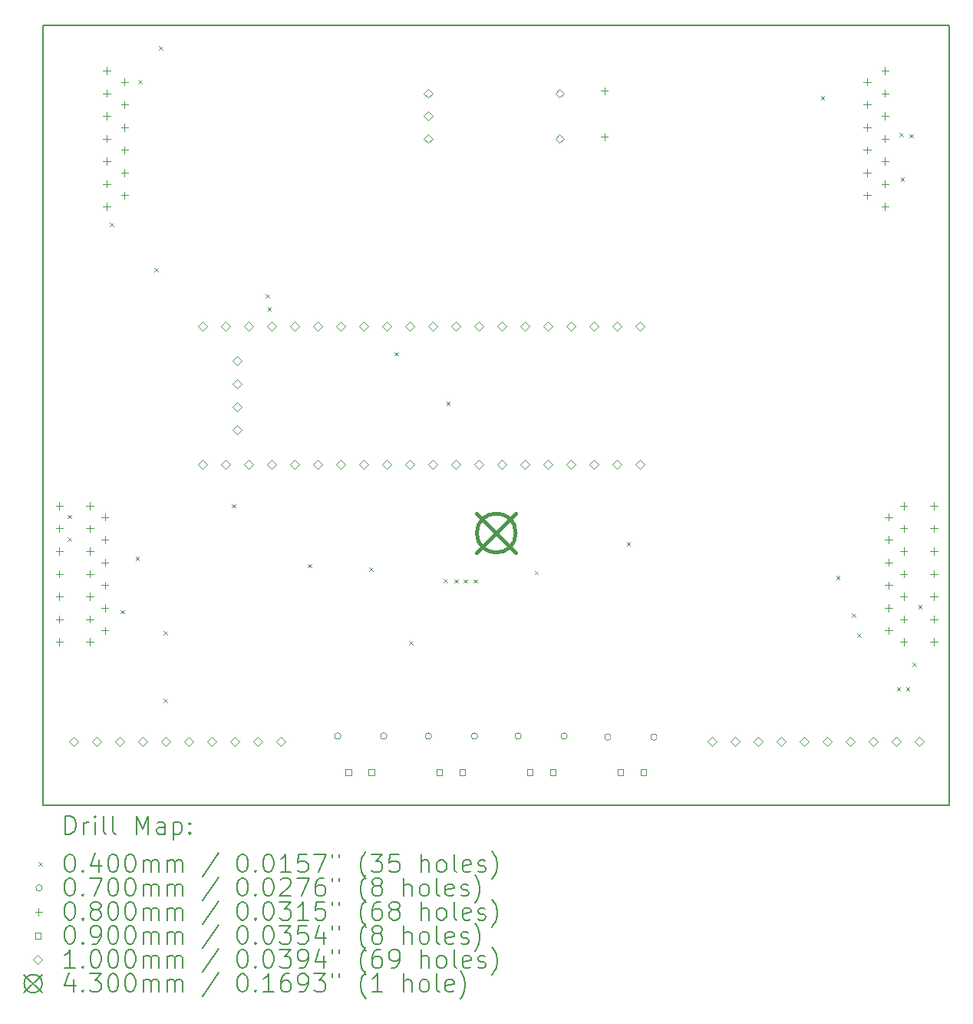
<source format=gbr>
%FSLAX45Y45*%
G04 Gerber Fmt 4.5, Leading zero omitted, Abs format (unit mm)*
G04 Created by KiCad (PCBNEW (6.0.1-0)) date 2023-01-18 10:24:00*
%MOMM*%
%LPD*%
G01*
G04 APERTURE LIST*
%TA.AperFunction,Profile*%
%ADD10C,0.200000*%
%TD*%
%ADD11C,0.200000*%
%ADD12C,0.040000*%
%ADD13C,0.070000*%
%ADD14C,0.080000*%
%ADD15C,0.090000*%
%ADD16C,0.100000*%
%ADD17C,0.430000*%
G04 APERTURE END LIST*
D10*
X10000000Y-13600000D02*
X20000000Y-13600000D01*
X20000000Y-5000000D02*
X10000000Y-5000000D01*
X20000000Y-13600000D02*
X20000000Y-5000000D01*
X10000000Y-13600000D02*
X10000000Y-5000000D01*
D11*
D12*
X10269587Y-10400000D02*
X10309587Y-10440000D01*
X10309587Y-10400000D02*
X10269587Y-10440000D01*
X10269587Y-10650000D02*
X10309587Y-10690000D01*
X10309587Y-10650000D02*
X10269587Y-10690000D01*
X10735000Y-7175000D02*
X10775000Y-7215000D01*
X10775000Y-7175000D02*
X10735000Y-7215000D01*
X10857550Y-11450009D02*
X10897550Y-11490009D01*
X10897550Y-11450009D02*
X10857550Y-11490009D01*
X11020738Y-10863044D02*
X11060738Y-10903044D01*
X11060738Y-10863044D02*
X11020738Y-10903044D01*
X11050000Y-5600000D02*
X11090000Y-5640000D01*
X11090000Y-5600000D02*
X11050000Y-5640000D01*
X11230000Y-7680000D02*
X11270000Y-7720000D01*
X11270000Y-7680000D02*
X11230000Y-7720000D01*
X11280000Y-5230000D02*
X11320000Y-5270000D01*
X11320000Y-5230000D02*
X11280000Y-5270000D01*
X11330000Y-11680000D02*
X11370000Y-11720000D01*
X11370000Y-11680000D02*
X11330000Y-11720000D01*
X11330000Y-12430000D02*
X11370000Y-12470000D01*
X11370000Y-12430000D02*
X11330000Y-12470000D01*
X12080000Y-10280000D02*
X12120000Y-10320000D01*
X12120000Y-10280000D02*
X12080000Y-10320000D01*
X12453206Y-7962908D02*
X12493206Y-8002908D01*
X12493206Y-7962908D02*
X12453206Y-8002908D01*
X12475151Y-8107719D02*
X12515151Y-8147719D01*
X12515151Y-8107719D02*
X12475151Y-8147719D01*
X12921300Y-10940100D02*
X12961300Y-10980100D01*
X12961300Y-10940100D02*
X12921300Y-10980100D01*
X13600000Y-10980000D02*
X13640000Y-11020000D01*
X13640000Y-10980000D02*
X13600000Y-11020000D01*
X13877300Y-8603300D02*
X13917300Y-8643300D01*
X13917300Y-8603300D02*
X13877300Y-8643300D01*
X14040000Y-11790000D02*
X14080000Y-11830000D01*
X14080000Y-11790000D02*
X14040000Y-11830000D01*
X14419900Y-11105200D02*
X14459900Y-11145200D01*
X14459900Y-11105200D02*
X14419900Y-11145200D01*
X14448800Y-9149400D02*
X14488800Y-9189400D01*
X14488800Y-9149400D02*
X14448800Y-9189400D01*
X14540050Y-11110000D02*
X14580050Y-11150000D01*
X14580050Y-11110000D02*
X14540050Y-11150000D01*
X14640000Y-11110000D02*
X14680000Y-11150000D01*
X14680000Y-11110000D02*
X14640000Y-11150000D01*
X14750000Y-11110000D02*
X14790000Y-11150000D01*
X14790000Y-11110000D02*
X14750000Y-11150000D01*
X15423200Y-11016300D02*
X15463200Y-11056300D01*
X15463200Y-11016300D02*
X15423200Y-11056300D01*
X16439200Y-10698800D02*
X16479200Y-10738800D01*
X16479200Y-10698800D02*
X16439200Y-10738800D01*
X18580000Y-5780000D02*
X18620000Y-5820000D01*
X18620000Y-5780000D02*
X18580000Y-5820000D01*
X18750000Y-11070000D02*
X18790000Y-11110000D01*
X18790000Y-11070000D02*
X18750000Y-11110000D01*
X18922598Y-11490000D02*
X18962598Y-11530000D01*
X18962598Y-11490000D02*
X18922598Y-11530000D01*
X18983770Y-11706230D02*
X19023770Y-11746230D01*
X19023770Y-11706230D02*
X18983770Y-11746230D01*
X19418770Y-12298770D02*
X19458770Y-12338770D01*
X19458770Y-12298770D02*
X19418770Y-12338770D01*
X19450000Y-6190000D02*
X19490000Y-6230000D01*
X19490000Y-6190000D02*
X19450000Y-6230000D01*
X19460000Y-6680000D02*
X19500000Y-6720000D01*
X19500000Y-6680000D02*
X19460000Y-6720000D01*
X19520000Y-12300000D02*
X19560000Y-12340000D01*
X19560000Y-12300000D02*
X19520000Y-12340000D01*
X19560000Y-6200000D02*
X19600000Y-6240000D01*
X19600000Y-6200000D02*
X19560000Y-6240000D01*
X19592450Y-12030000D02*
X19632450Y-12070000D01*
X19632450Y-12030000D02*
X19592450Y-12070000D01*
X19655461Y-11392037D02*
X19695461Y-11432037D01*
X19695461Y-11392037D02*
X19655461Y-11432037D01*
D13*
X13285000Y-12840000D02*
G75*
G03*
X13285000Y-12840000I-35000J0D01*
G01*
X13793000Y-12840000D02*
G75*
G03*
X13793000Y-12840000I-35000J0D01*
G01*
X14285000Y-12840000D02*
G75*
G03*
X14285000Y-12840000I-35000J0D01*
G01*
X14793000Y-12840000D02*
G75*
G03*
X14793000Y-12840000I-35000J0D01*
G01*
X15275000Y-12840000D02*
G75*
G03*
X15275000Y-12840000I-35000J0D01*
G01*
X15783000Y-12840000D02*
G75*
G03*
X15783000Y-12840000I-35000J0D01*
G01*
X16265000Y-12850000D02*
G75*
G03*
X16265000Y-12850000I-35000J0D01*
G01*
X16773000Y-12850000D02*
G75*
G03*
X16773000Y-12850000I-35000J0D01*
G01*
D14*
X10180000Y-10260000D02*
X10180000Y-10340000D01*
X10140000Y-10300000D02*
X10220000Y-10300000D01*
X10180000Y-10510000D02*
X10180000Y-10590000D01*
X10140000Y-10550000D02*
X10220000Y-10550000D01*
X10180000Y-10760000D02*
X10180000Y-10840000D01*
X10140000Y-10800000D02*
X10220000Y-10800000D01*
X10180000Y-11010000D02*
X10180000Y-11090000D01*
X10140000Y-11050000D02*
X10220000Y-11050000D01*
X10180000Y-11260000D02*
X10180000Y-11340000D01*
X10140000Y-11300000D02*
X10220000Y-11300000D01*
X10180000Y-11510000D02*
X10180000Y-11590000D01*
X10140000Y-11550000D02*
X10220000Y-11550000D01*
X10180000Y-11760000D02*
X10180000Y-11840000D01*
X10140000Y-11800000D02*
X10220000Y-11800000D01*
X10515000Y-10260000D02*
X10515000Y-10340000D01*
X10475000Y-10300000D02*
X10555000Y-10300000D01*
X10515000Y-10510000D02*
X10515000Y-10590000D01*
X10475000Y-10550000D02*
X10555000Y-10550000D01*
X10515000Y-10760000D02*
X10515000Y-10840000D01*
X10475000Y-10800000D02*
X10555000Y-10800000D01*
X10515000Y-11010000D02*
X10515000Y-11090000D01*
X10475000Y-11050000D02*
X10555000Y-11050000D01*
X10515000Y-11260000D02*
X10515000Y-11340000D01*
X10475000Y-11300000D02*
X10555000Y-11300000D01*
X10515000Y-11510000D02*
X10515000Y-11590000D01*
X10475000Y-11550000D02*
X10555000Y-11550000D01*
X10515000Y-11760000D02*
X10515000Y-11840000D01*
X10475000Y-11800000D02*
X10555000Y-11800000D01*
X10680000Y-10385000D02*
X10680000Y-10465000D01*
X10640000Y-10425000D02*
X10720000Y-10425000D01*
X10680000Y-10635000D02*
X10680000Y-10715000D01*
X10640000Y-10675000D02*
X10720000Y-10675000D01*
X10680000Y-10885000D02*
X10680000Y-10965000D01*
X10640000Y-10925000D02*
X10720000Y-10925000D01*
X10680000Y-11135000D02*
X10680000Y-11215000D01*
X10640000Y-11175000D02*
X10720000Y-11175000D01*
X10680000Y-11385000D02*
X10680000Y-11465000D01*
X10640000Y-11425000D02*
X10720000Y-11425000D01*
X10680000Y-11635000D02*
X10680000Y-11715000D01*
X10640000Y-11675000D02*
X10720000Y-11675000D01*
X10700000Y-5460000D02*
X10700000Y-5540000D01*
X10660000Y-5500000D02*
X10740000Y-5500000D01*
X10700000Y-5710000D02*
X10700000Y-5790000D01*
X10660000Y-5750000D02*
X10740000Y-5750000D01*
X10700000Y-5960000D02*
X10700000Y-6040000D01*
X10660000Y-6000000D02*
X10740000Y-6000000D01*
X10700000Y-6210000D02*
X10700000Y-6290000D01*
X10660000Y-6250000D02*
X10740000Y-6250000D01*
X10700000Y-6460000D02*
X10700000Y-6540000D01*
X10660000Y-6500000D02*
X10740000Y-6500000D01*
X10700000Y-6710000D02*
X10700000Y-6790000D01*
X10660000Y-6750000D02*
X10740000Y-6750000D01*
X10700000Y-6960000D02*
X10700000Y-7040000D01*
X10660000Y-7000000D02*
X10740000Y-7000000D01*
X10900000Y-5585000D02*
X10900000Y-5665000D01*
X10860000Y-5625000D02*
X10940000Y-5625000D01*
X10900000Y-5835000D02*
X10900000Y-5915000D01*
X10860000Y-5875000D02*
X10940000Y-5875000D01*
X10900000Y-6085000D02*
X10900000Y-6165000D01*
X10860000Y-6125000D02*
X10940000Y-6125000D01*
X10900000Y-6335000D02*
X10900000Y-6415000D01*
X10860000Y-6375000D02*
X10940000Y-6375000D01*
X10900000Y-6585000D02*
X10900000Y-6665000D01*
X10860000Y-6625000D02*
X10940000Y-6625000D01*
X10900000Y-6835000D02*
X10900000Y-6915000D01*
X10860000Y-6875000D02*
X10940000Y-6875000D01*
X16192500Y-5683750D02*
X16192500Y-5763750D01*
X16152500Y-5723750D02*
X16232500Y-5723750D01*
X16192500Y-6191750D02*
X16192500Y-6271750D01*
X16152500Y-6231750D02*
X16232500Y-6231750D01*
X19090000Y-5585000D02*
X19090000Y-5665000D01*
X19050000Y-5625000D02*
X19130000Y-5625000D01*
X19090000Y-5835000D02*
X19090000Y-5915000D01*
X19050000Y-5875000D02*
X19130000Y-5875000D01*
X19090000Y-6085000D02*
X19090000Y-6165000D01*
X19050000Y-6125000D02*
X19130000Y-6125000D01*
X19090000Y-6335000D02*
X19090000Y-6415000D01*
X19050000Y-6375000D02*
X19130000Y-6375000D01*
X19090000Y-6585000D02*
X19090000Y-6665000D01*
X19050000Y-6625000D02*
X19130000Y-6625000D01*
X19090000Y-6835000D02*
X19090000Y-6915000D01*
X19050000Y-6875000D02*
X19130000Y-6875000D01*
X19290000Y-5460000D02*
X19290000Y-5540000D01*
X19250000Y-5500000D02*
X19330000Y-5500000D01*
X19290000Y-5710000D02*
X19290000Y-5790000D01*
X19250000Y-5750000D02*
X19330000Y-5750000D01*
X19290000Y-5960000D02*
X19290000Y-6040000D01*
X19250000Y-6000000D02*
X19330000Y-6000000D01*
X19290000Y-6210000D02*
X19290000Y-6290000D01*
X19250000Y-6250000D02*
X19330000Y-6250000D01*
X19290000Y-6460000D02*
X19290000Y-6540000D01*
X19250000Y-6500000D02*
X19330000Y-6500000D01*
X19290000Y-6710000D02*
X19290000Y-6790000D01*
X19250000Y-6750000D02*
X19330000Y-6750000D01*
X19290000Y-6960000D02*
X19290000Y-7040000D01*
X19250000Y-7000000D02*
X19330000Y-7000000D01*
X19330000Y-10385000D02*
X19330000Y-10465000D01*
X19290000Y-10425000D02*
X19370000Y-10425000D01*
X19330000Y-10635000D02*
X19330000Y-10715000D01*
X19290000Y-10675000D02*
X19370000Y-10675000D01*
X19330000Y-10885000D02*
X19330000Y-10965000D01*
X19290000Y-10925000D02*
X19370000Y-10925000D01*
X19330000Y-11135000D02*
X19330000Y-11215000D01*
X19290000Y-11175000D02*
X19370000Y-11175000D01*
X19330000Y-11385000D02*
X19330000Y-11465000D01*
X19290000Y-11425000D02*
X19370000Y-11425000D01*
X19330000Y-11635000D02*
X19330000Y-11715000D01*
X19290000Y-11675000D02*
X19370000Y-11675000D01*
X19495000Y-10260000D02*
X19495000Y-10340000D01*
X19455000Y-10300000D02*
X19535000Y-10300000D01*
X19495000Y-10510000D02*
X19495000Y-10590000D01*
X19455000Y-10550000D02*
X19535000Y-10550000D01*
X19495000Y-10760000D02*
X19495000Y-10840000D01*
X19455000Y-10800000D02*
X19535000Y-10800000D01*
X19495000Y-11010000D02*
X19495000Y-11090000D01*
X19455000Y-11050000D02*
X19535000Y-11050000D01*
X19495000Y-11260000D02*
X19495000Y-11340000D01*
X19455000Y-11300000D02*
X19535000Y-11300000D01*
X19495000Y-11510000D02*
X19495000Y-11590000D01*
X19455000Y-11550000D02*
X19535000Y-11550000D01*
X19495000Y-11760000D02*
X19495000Y-11840000D01*
X19455000Y-11800000D02*
X19535000Y-11800000D01*
X19830000Y-10260000D02*
X19830000Y-10340000D01*
X19790000Y-10300000D02*
X19870000Y-10300000D01*
X19830000Y-10510000D02*
X19830000Y-10590000D01*
X19790000Y-10550000D02*
X19870000Y-10550000D01*
X19830000Y-10760000D02*
X19830000Y-10840000D01*
X19790000Y-10800000D02*
X19870000Y-10800000D01*
X19830000Y-11010000D02*
X19830000Y-11090000D01*
X19790000Y-11050000D02*
X19870000Y-11050000D01*
X19830000Y-11260000D02*
X19830000Y-11340000D01*
X19790000Y-11300000D02*
X19870000Y-11300000D01*
X19830000Y-11510000D02*
X19830000Y-11590000D01*
X19790000Y-11550000D02*
X19870000Y-11550000D01*
X19830000Y-11760000D02*
X19830000Y-11840000D01*
X19790000Y-11800000D02*
X19870000Y-11800000D01*
D15*
X13401820Y-13271820D02*
X13401820Y-13208180D01*
X13338180Y-13208180D01*
X13338180Y-13271820D01*
X13401820Y-13271820D01*
X13655820Y-13271820D02*
X13655820Y-13208180D01*
X13592180Y-13208180D01*
X13592180Y-13271820D01*
X13655820Y-13271820D01*
X14401820Y-13271820D02*
X14401820Y-13208180D01*
X14338180Y-13208180D01*
X14338180Y-13271820D01*
X14401820Y-13271820D01*
X14655820Y-13271820D02*
X14655820Y-13208180D01*
X14592180Y-13208180D01*
X14592180Y-13271820D01*
X14655820Y-13271820D01*
X15401820Y-13271820D02*
X15401820Y-13208180D01*
X15338180Y-13208180D01*
X15338180Y-13271820D01*
X15401820Y-13271820D01*
X15655820Y-13271820D02*
X15655820Y-13208180D01*
X15592180Y-13208180D01*
X15592180Y-13271820D01*
X15655820Y-13271820D01*
X16401820Y-13271820D02*
X16401820Y-13208180D01*
X16338180Y-13208180D01*
X16338180Y-13271820D01*
X16401820Y-13271820D01*
X16655820Y-13271820D02*
X16655820Y-13208180D01*
X16592180Y-13208180D01*
X16592180Y-13271820D01*
X16655820Y-13271820D01*
D16*
X10334000Y-12950000D02*
X10384000Y-12900000D01*
X10334000Y-12850000D01*
X10284000Y-12900000D01*
X10334000Y-12950000D01*
X10588000Y-12950000D02*
X10638000Y-12900000D01*
X10588000Y-12850000D01*
X10538000Y-12900000D01*
X10588000Y-12950000D01*
X10842000Y-12950000D02*
X10892000Y-12900000D01*
X10842000Y-12850000D01*
X10792000Y-12900000D01*
X10842000Y-12950000D01*
X11096000Y-12950000D02*
X11146000Y-12900000D01*
X11096000Y-12850000D01*
X11046000Y-12900000D01*
X11096000Y-12950000D01*
X11350000Y-12950000D02*
X11400000Y-12900000D01*
X11350000Y-12850000D01*
X11300000Y-12900000D01*
X11350000Y-12950000D01*
X11604000Y-12950000D02*
X11654000Y-12900000D01*
X11604000Y-12850000D01*
X11554000Y-12900000D01*
X11604000Y-12950000D01*
X11757900Y-8368500D02*
X11807900Y-8318500D01*
X11757900Y-8268500D01*
X11707900Y-8318500D01*
X11757900Y-8368500D01*
X11757900Y-9892500D02*
X11807900Y-9842500D01*
X11757900Y-9792500D01*
X11707900Y-9842500D01*
X11757900Y-9892500D01*
X11858000Y-12950000D02*
X11908000Y-12900000D01*
X11858000Y-12850000D01*
X11808000Y-12900000D01*
X11858000Y-12950000D01*
X12011900Y-8368500D02*
X12061900Y-8318500D01*
X12011900Y-8268500D01*
X11961900Y-8318500D01*
X12011900Y-8368500D01*
X12011900Y-9892500D02*
X12061900Y-9842500D01*
X12011900Y-9792500D01*
X11961900Y-9842500D01*
X12011900Y-9892500D01*
X12112000Y-12950000D02*
X12162000Y-12900000D01*
X12112000Y-12850000D01*
X12062000Y-12900000D01*
X12112000Y-12950000D01*
X12139000Y-8749300D02*
X12189000Y-8699300D01*
X12139000Y-8649300D01*
X12089000Y-8699300D01*
X12139000Y-8749300D01*
X12139000Y-9003300D02*
X12189000Y-8953300D01*
X12139000Y-8903300D01*
X12089000Y-8953300D01*
X12139000Y-9003300D01*
X12139000Y-9257300D02*
X12189000Y-9207300D01*
X12139000Y-9157300D01*
X12089000Y-9207300D01*
X12139000Y-9257300D01*
X12139000Y-9511300D02*
X12189000Y-9461300D01*
X12139000Y-9411300D01*
X12089000Y-9461300D01*
X12139000Y-9511300D01*
X12265900Y-8368500D02*
X12315900Y-8318500D01*
X12265900Y-8268500D01*
X12215900Y-8318500D01*
X12265900Y-8368500D01*
X12265900Y-9892500D02*
X12315900Y-9842500D01*
X12265900Y-9792500D01*
X12215900Y-9842500D01*
X12265900Y-9892500D01*
X12366000Y-12950000D02*
X12416000Y-12900000D01*
X12366000Y-12850000D01*
X12316000Y-12900000D01*
X12366000Y-12950000D01*
X12519900Y-8368500D02*
X12569900Y-8318500D01*
X12519900Y-8268500D01*
X12469900Y-8318500D01*
X12519900Y-8368500D01*
X12519900Y-9892500D02*
X12569900Y-9842500D01*
X12519900Y-9792500D01*
X12469900Y-9842500D01*
X12519900Y-9892500D01*
X12620000Y-12950000D02*
X12670000Y-12900000D01*
X12620000Y-12850000D01*
X12570000Y-12900000D01*
X12620000Y-12950000D01*
X12773900Y-8368500D02*
X12823900Y-8318500D01*
X12773900Y-8268500D01*
X12723900Y-8318500D01*
X12773900Y-8368500D01*
X12773900Y-9892500D02*
X12823900Y-9842500D01*
X12773900Y-9792500D01*
X12723900Y-9842500D01*
X12773900Y-9892500D01*
X13027900Y-8368500D02*
X13077900Y-8318500D01*
X13027900Y-8268500D01*
X12977900Y-8318500D01*
X13027900Y-8368500D01*
X13027900Y-9892500D02*
X13077900Y-9842500D01*
X13027900Y-9792500D01*
X12977900Y-9842500D01*
X13027900Y-9892500D01*
X13281900Y-8368500D02*
X13331900Y-8318500D01*
X13281900Y-8268500D01*
X13231900Y-8318500D01*
X13281900Y-8368500D01*
X13281900Y-9892500D02*
X13331900Y-9842500D01*
X13281900Y-9792500D01*
X13231900Y-9842500D01*
X13281900Y-9892500D01*
X13535900Y-8368500D02*
X13585900Y-8318500D01*
X13535900Y-8268500D01*
X13485900Y-8318500D01*
X13535900Y-8368500D01*
X13535900Y-9892500D02*
X13585900Y-9842500D01*
X13535900Y-9792500D01*
X13485900Y-9842500D01*
X13535900Y-9892500D01*
X13789900Y-8368500D02*
X13839900Y-8318500D01*
X13789900Y-8268500D01*
X13739900Y-8318500D01*
X13789900Y-8368500D01*
X13789900Y-9892500D02*
X13839900Y-9842500D01*
X13789900Y-9792500D01*
X13739900Y-9842500D01*
X13789900Y-9892500D01*
X14043900Y-8368500D02*
X14093900Y-8318500D01*
X14043900Y-8268500D01*
X13993900Y-8318500D01*
X14043900Y-8368500D01*
X14043900Y-9892500D02*
X14093900Y-9842500D01*
X14043900Y-9792500D01*
X13993900Y-9842500D01*
X14043900Y-9892500D01*
X14250000Y-5800000D02*
X14300000Y-5750000D01*
X14250000Y-5700000D01*
X14200000Y-5750000D01*
X14250000Y-5800000D01*
X14250000Y-6050000D02*
X14300000Y-6000000D01*
X14250000Y-5950000D01*
X14200000Y-6000000D01*
X14250000Y-6050000D01*
X14250000Y-6300000D02*
X14300000Y-6250000D01*
X14250000Y-6200000D01*
X14200000Y-6250000D01*
X14250000Y-6300000D01*
X14297900Y-8368500D02*
X14347900Y-8318500D01*
X14297900Y-8268500D01*
X14247900Y-8318500D01*
X14297900Y-8368500D01*
X14297900Y-9892500D02*
X14347900Y-9842500D01*
X14297900Y-9792500D01*
X14247900Y-9842500D01*
X14297900Y-9892500D01*
X14551900Y-8368500D02*
X14601900Y-8318500D01*
X14551900Y-8268500D01*
X14501900Y-8318500D01*
X14551900Y-8368500D01*
X14551900Y-9892500D02*
X14601900Y-9842500D01*
X14551900Y-9792500D01*
X14501900Y-9842500D01*
X14551900Y-9892500D01*
X14805900Y-8368500D02*
X14855900Y-8318500D01*
X14805900Y-8268500D01*
X14755900Y-8318500D01*
X14805900Y-8368500D01*
X14805900Y-9892500D02*
X14855900Y-9842500D01*
X14805900Y-9792500D01*
X14755900Y-9842500D01*
X14805900Y-9892500D01*
X15059900Y-8368500D02*
X15109900Y-8318500D01*
X15059900Y-8268500D01*
X15009900Y-8318500D01*
X15059900Y-8368500D01*
X15059900Y-9892500D02*
X15109900Y-9842500D01*
X15059900Y-9792500D01*
X15009900Y-9842500D01*
X15059900Y-9892500D01*
X15313900Y-8368500D02*
X15363900Y-8318500D01*
X15313900Y-8268500D01*
X15263900Y-8318500D01*
X15313900Y-8368500D01*
X15313900Y-9892500D02*
X15363900Y-9842500D01*
X15313900Y-9792500D01*
X15263900Y-9842500D01*
X15313900Y-9892500D01*
X15567900Y-8368500D02*
X15617900Y-8318500D01*
X15567900Y-8268500D01*
X15517900Y-8318500D01*
X15567900Y-8368500D01*
X15567900Y-9892500D02*
X15617900Y-9842500D01*
X15567900Y-9792500D01*
X15517900Y-9842500D01*
X15567900Y-9892500D01*
X15700000Y-5800000D02*
X15750000Y-5750000D01*
X15700000Y-5700000D01*
X15650000Y-5750000D01*
X15700000Y-5800000D01*
X15700000Y-6300000D02*
X15750000Y-6250000D01*
X15700000Y-6200000D01*
X15650000Y-6250000D01*
X15700000Y-6300000D01*
X15821900Y-8368500D02*
X15871900Y-8318500D01*
X15821900Y-8268500D01*
X15771900Y-8318500D01*
X15821900Y-8368500D01*
X15821900Y-9892500D02*
X15871900Y-9842500D01*
X15821900Y-9792500D01*
X15771900Y-9842500D01*
X15821900Y-9892500D01*
X16075900Y-8368500D02*
X16125900Y-8318500D01*
X16075900Y-8268500D01*
X16025900Y-8318500D01*
X16075900Y-8368500D01*
X16075900Y-9892500D02*
X16125900Y-9842500D01*
X16075900Y-9792500D01*
X16025900Y-9842500D01*
X16075900Y-9892500D01*
X16329900Y-8368500D02*
X16379900Y-8318500D01*
X16329900Y-8268500D01*
X16279900Y-8318500D01*
X16329900Y-8368500D01*
X16329900Y-9892500D02*
X16379900Y-9842500D01*
X16329900Y-9792500D01*
X16279900Y-9842500D01*
X16329900Y-9892500D01*
X16583900Y-8368500D02*
X16633900Y-8318500D01*
X16583900Y-8268500D01*
X16533900Y-8318500D01*
X16583900Y-8368500D01*
X16583900Y-9892500D02*
X16633900Y-9842500D01*
X16583900Y-9792500D01*
X16533900Y-9842500D01*
X16583900Y-9892500D01*
X17380000Y-12950000D02*
X17430000Y-12900000D01*
X17380000Y-12850000D01*
X17330000Y-12900000D01*
X17380000Y-12950000D01*
X17634000Y-12950000D02*
X17684000Y-12900000D01*
X17634000Y-12850000D01*
X17584000Y-12900000D01*
X17634000Y-12950000D01*
X17888000Y-12950000D02*
X17938000Y-12900000D01*
X17888000Y-12850000D01*
X17838000Y-12900000D01*
X17888000Y-12950000D01*
X18142000Y-12950000D02*
X18192000Y-12900000D01*
X18142000Y-12850000D01*
X18092000Y-12900000D01*
X18142000Y-12950000D01*
X18396000Y-12950000D02*
X18446000Y-12900000D01*
X18396000Y-12850000D01*
X18346000Y-12900000D01*
X18396000Y-12950000D01*
X18650000Y-12950000D02*
X18700000Y-12900000D01*
X18650000Y-12850000D01*
X18600000Y-12900000D01*
X18650000Y-12950000D01*
X18904000Y-12950000D02*
X18954000Y-12900000D01*
X18904000Y-12850000D01*
X18854000Y-12900000D01*
X18904000Y-12950000D01*
X19158000Y-12950000D02*
X19208000Y-12900000D01*
X19158000Y-12850000D01*
X19108000Y-12900000D01*
X19158000Y-12950000D01*
X19412000Y-12950000D02*
X19462000Y-12900000D01*
X19412000Y-12850000D01*
X19362000Y-12900000D01*
X19412000Y-12950000D01*
X19666000Y-12950000D02*
X19716000Y-12900000D01*
X19666000Y-12850000D01*
X19616000Y-12900000D01*
X19666000Y-12950000D01*
D17*
X14785000Y-10385000D02*
X15215000Y-10815000D01*
X15215000Y-10385000D02*
X14785000Y-10815000D01*
X15215000Y-10600000D02*
G75*
G03*
X15215000Y-10600000I-215000J0D01*
G01*
D11*
X10247619Y-13920476D02*
X10247619Y-13720476D01*
X10295238Y-13720476D01*
X10323810Y-13730000D01*
X10342857Y-13749048D01*
X10352381Y-13768095D01*
X10361905Y-13806190D01*
X10361905Y-13834762D01*
X10352381Y-13872857D01*
X10342857Y-13891905D01*
X10323810Y-13910952D01*
X10295238Y-13920476D01*
X10247619Y-13920476D01*
X10447619Y-13920476D02*
X10447619Y-13787143D01*
X10447619Y-13825238D02*
X10457143Y-13806190D01*
X10466667Y-13796667D01*
X10485714Y-13787143D01*
X10504762Y-13787143D01*
X10571429Y-13920476D02*
X10571429Y-13787143D01*
X10571429Y-13720476D02*
X10561905Y-13730000D01*
X10571429Y-13739524D01*
X10580952Y-13730000D01*
X10571429Y-13720476D01*
X10571429Y-13739524D01*
X10695238Y-13920476D02*
X10676190Y-13910952D01*
X10666667Y-13891905D01*
X10666667Y-13720476D01*
X10800000Y-13920476D02*
X10780952Y-13910952D01*
X10771429Y-13891905D01*
X10771429Y-13720476D01*
X11028571Y-13920476D02*
X11028571Y-13720476D01*
X11095238Y-13863333D01*
X11161905Y-13720476D01*
X11161905Y-13920476D01*
X11342857Y-13920476D02*
X11342857Y-13815714D01*
X11333333Y-13796667D01*
X11314286Y-13787143D01*
X11276190Y-13787143D01*
X11257143Y-13796667D01*
X11342857Y-13910952D02*
X11323809Y-13920476D01*
X11276190Y-13920476D01*
X11257143Y-13910952D01*
X11247619Y-13891905D01*
X11247619Y-13872857D01*
X11257143Y-13853809D01*
X11276190Y-13844286D01*
X11323809Y-13844286D01*
X11342857Y-13834762D01*
X11438095Y-13787143D02*
X11438095Y-13987143D01*
X11438095Y-13796667D02*
X11457143Y-13787143D01*
X11495238Y-13787143D01*
X11514286Y-13796667D01*
X11523809Y-13806190D01*
X11533333Y-13825238D01*
X11533333Y-13882381D01*
X11523809Y-13901428D01*
X11514286Y-13910952D01*
X11495238Y-13920476D01*
X11457143Y-13920476D01*
X11438095Y-13910952D01*
X11619048Y-13901428D02*
X11628571Y-13910952D01*
X11619048Y-13920476D01*
X11609524Y-13910952D01*
X11619048Y-13901428D01*
X11619048Y-13920476D01*
X11619048Y-13796667D02*
X11628571Y-13806190D01*
X11619048Y-13815714D01*
X11609524Y-13806190D01*
X11619048Y-13796667D01*
X11619048Y-13815714D01*
D12*
X9950000Y-14230000D02*
X9990000Y-14270000D01*
X9990000Y-14230000D02*
X9950000Y-14270000D01*
D11*
X10285714Y-14140476D02*
X10304762Y-14140476D01*
X10323810Y-14150000D01*
X10333333Y-14159524D01*
X10342857Y-14178571D01*
X10352381Y-14216667D01*
X10352381Y-14264286D01*
X10342857Y-14302381D01*
X10333333Y-14321428D01*
X10323810Y-14330952D01*
X10304762Y-14340476D01*
X10285714Y-14340476D01*
X10266667Y-14330952D01*
X10257143Y-14321428D01*
X10247619Y-14302381D01*
X10238095Y-14264286D01*
X10238095Y-14216667D01*
X10247619Y-14178571D01*
X10257143Y-14159524D01*
X10266667Y-14150000D01*
X10285714Y-14140476D01*
X10438095Y-14321428D02*
X10447619Y-14330952D01*
X10438095Y-14340476D01*
X10428571Y-14330952D01*
X10438095Y-14321428D01*
X10438095Y-14340476D01*
X10619048Y-14207143D02*
X10619048Y-14340476D01*
X10571429Y-14130952D02*
X10523810Y-14273809D01*
X10647619Y-14273809D01*
X10761905Y-14140476D02*
X10780952Y-14140476D01*
X10800000Y-14150000D01*
X10809524Y-14159524D01*
X10819048Y-14178571D01*
X10828571Y-14216667D01*
X10828571Y-14264286D01*
X10819048Y-14302381D01*
X10809524Y-14321428D01*
X10800000Y-14330952D01*
X10780952Y-14340476D01*
X10761905Y-14340476D01*
X10742857Y-14330952D01*
X10733333Y-14321428D01*
X10723810Y-14302381D01*
X10714286Y-14264286D01*
X10714286Y-14216667D01*
X10723810Y-14178571D01*
X10733333Y-14159524D01*
X10742857Y-14150000D01*
X10761905Y-14140476D01*
X10952381Y-14140476D02*
X10971429Y-14140476D01*
X10990476Y-14150000D01*
X11000000Y-14159524D01*
X11009524Y-14178571D01*
X11019048Y-14216667D01*
X11019048Y-14264286D01*
X11009524Y-14302381D01*
X11000000Y-14321428D01*
X10990476Y-14330952D01*
X10971429Y-14340476D01*
X10952381Y-14340476D01*
X10933333Y-14330952D01*
X10923810Y-14321428D01*
X10914286Y-14302381D01*
X10904762Y-14264286D01*
X10904762Y-14216667D01*
X10914286Y-14178571D01*
X10923810Y-14159524D01*
X10933333Y-14150000D01*
X10952381Y-14140476D01*
X11104762Y-14340476D02*
X11104762Y-14207143D01*
X11104762Y-14226190D02*
X11114286Y-14216667D01*
X11133333Y-14207143D01*
X11161905Y-14207143D01*
X11180952Y-14216667D01*
X11190476Y-14235714D01*
X11190476Y-14340476D01*
X11190476Y-14235714D02*
X11200000Y-14216667D01*
X11219048Y-14207143D01*
X11247619Y-14207143D01*
X11266667Y-14216667D01*
X11276190Y-14235714D01*
X11276190Y-14340476D01*
X11371428Y-14340476D02*
X11371428Y-14207143D01*
X11371428Y-14226190D02*
X11380952Y-14216667D01*
X11400000Y-14207143D01*
X11428571Y-14207143D01*
X11447619Y-14216667D01*
X11457143Y-14235714D01*
X11457143Y-14340476D01*
X11457143Y-14235714D02*
X11466667Y-14216667D01*
X11485714Y-14207143D01*
X11514286Y-14207143D01*
X11533333Y-14216667D01*
X11542857Y-14235714D01*
X11542857Y-14340476D01*
X11933333Y-14130952D02*
X11761905Y-14388095D01*
X12190476Y-14140476D02*
X12209524Y-14140476D01*
X12228571Y-14150000D01*
X12238095Y-14159524D01*
X12247619Y-14178571D01*
X12257143Y-14216667D01*
X12257143Y-14264286D01*
X12247619Y-14302381D01*
X12238095Y-14321428D01*
X12228571Y-14330952D01*
X12209524Y-14340476D01*
X12190476Y-14340476D01*
X12171428Y-14330952D01*
X12161905Y-14321428D01*
X12152381Y-14302381D01*
X12142857Y-14264286D01*
X12142857Y-14216667D01*
X12152381Y-14178571D01*
X12161905Y-14159524D01*
X12171428Y-14150000D01*
X12190476Y-14140476D01*
X12342857Y-14321428D02*
X12352381Y-14330952D01*
X12342857Y-14340476D01*
X12333333Y-14330952D01*
X12342857Y-14321428D01*
X12342857Y-14340476D01*
X12476190Y-14140476D02*
X12495238Y-14140476D01*
X12514286Y-14150000D01*
X12523809Y-14159524D01*
X12533333Y-14178571D01*
X12542857Y-14216667D01*
X12542857Y-14264286D01*
X12533333Y-14302381D01*
X12523809Y-14321428D01*
X12514286Y-14330952D01*
X12495238Y-14340476D01*
X12476190Y-14340476D01*
X12457143Y-14330952D01*
X12447619Y-14321428D01*
X12438095Y-14302381D01*
X12428571Y-14264286D01*
X12428571Y-14216667D01*
X12438095Y-14178571D01*
X12447619Y-14159524D01*
X12457143Y-14150000D01*
X12476190Y-14140476D01*
X12733333Y-14340476D02*
X12619048Y-14340476D01*
X12676190Y-14340476D02*
X12676190Y-14140476D01*
X12657143Y-14169048D01*
X12638095Y-14188095D01*
X12619048Y-14197619D01*
X12914286Y-14140476D02*
X12819048Y-14140476D01*
X12809524Y-14235714D01*
X12819048Y-14226190D01*
X12838095Y-14216667D01*
X12885714Y-14216667D01*
X12904762Y-14226190D01*
X12914286Y-14235714D01*
X12923809Y-14254762D01*
X12923809Y-14302381D01*
X12914286Y-14321428D01*
X12904762Y-14330952D01*
X12885714Y-14340476D01*
X12838095Y-14340476D01*
X12819048Y-14330952D01*
X12809524Y-14321428D01*
X12990476Y-14140476D02*
X13123809Y-14140476D01*
X13038095Y-14340476D01*
X13190476Y-14140476D02*
X13190476Y-14178571D01*
X13266667Y-14140476D02*
X13266667Y-14178571D01*
X13561905Y-14416667D02*
X13552381Y-14407143D01*
X13533333Y-14378571D01*
X13523809Y-14359524D01*
X13514286Y-14330952D01*
X13504762Y-14283333D01*
X13504762Y-14245238D01*
X13514286Y-14197619D01*
X13523809Y-14169048D01*
X13533333Y-14150000D01*
X13552381Y-14121428D01*
X13561905Y-14111905D01*
X13619048Y-14140476D02*
X13742857Y-14140476D01*
X13676190Y-14216667D01*
X13704762Y-14216667D01*
X13723809Y-14226190D01*
X13733333Y-14235714D01*
X13742857Y-14254762D01*
X13742857Y-14302381D01*
X13733333Y-14321428D01*
X13723809Y-14330952D01*
X13704762Y-14340476D01*
X13647619Y-14340476D01*
X13628571Y-14330952D01*
X13619048Y-14321428D01*
X13923809Y-14140476D02*
X13828571Y-14140476D01*
X13819048Y-14235714D01*
X13828571Y-14226190D01*
X13847619Y-14216667D01*
X13895238Y-14216667D01*
X13914286Y-14226190D01*
X13923809Y-14235714D01*
X13933333Y-14254762D01*
X13933333Y-14302381D01*
X13923809Y-14321428D01*
X13914286Y-14330952D01*
X13895238Y-14340476D01*
X13847619Y-14340476D01*
X13828571Y-14330952D01*
X13819048Y-14321428D01*
X14171428Y-14340476D02*
X14171428Y-14140476D01*
X14257143Y-14340476D02*
X14257143Y-14235714D01*
X14247619Y-14216667D01*
X14228571Y-14207143D01*
X14200000Y-14207143D01*
X14180952Y-14216667D01*
X14171428Y-14226190D01*
X14380952Y-14340476D02*
X14361905Y-14330952D01*
X14352381Y-14321428D01*
X14342857Y-14302381D01*
X14342857Y-14245238D01*
X14352381Y-14226190D01*
X14361905Y-14216667D01*
X14380952Y-14207143D01*
X14409524Y-14207143D01*
X14428571Y-14216667D01*
X14438095Y-14226190D01*
X14447619Y-14245238D01*
X14447619Y-14302381D01*
X14438095Y-14321428D01*
X14428571Y-14330952D01*
X14409524Y-14340476D01*
X14380952Y-14340476D01*
X14561905Y-14340476D02*
X14542857Y-14330952D01*
X14533333Y-14311905D01*
X14533333Y-14140476D01*
X14714286Y-14330952D02*
X14695238Y-14340476D01*
X14657143Y-14340476D01*
X14638095Y-14330952D01*
X14628571Y-14311905D01*
X14628571Y-14235714D01*
X14638095Y-14216667D01*
X14657143Y-14207143D01*
X14695238Y-14207143D01*
X14714286Y-14216667D01*
X14723809Y-14235714D01*
X14723809Y-14254762D01*
X14628571Y-14273809D01*
X14800000Y-14330952D02*
X14819048Y-14340476D01*
X14857143Y-14340476D01*
X14876190Y-14330952D01*
X14885714Y-14311905D01*
X14885714Y-14302381D01*
X14876190Y-14283333D01*
X14857143Y-14273809D01*
X14828571Y-14273809D01*
X14809524Y-14264286D01*
X14800000Y-14245238D01*
X14800000Y-14235714D01*
X14809524Y-14216667D01*
X14828571Y-14207143D01*
X14857143Y-14207143D01*
X14876190Y-14216667D01*
X14952381Y-14416667D02*
X14961905Y-14407143D01*
X14980952Y-14378571D01*
X14990476Y-14359524D01*
X15000000Y-14330952D01*
X15009524Y-14283333D01*
X15009524Y-14245238D01*
X15000000Y-14197619D01*
X14990476Y-14169048D01*
X14980952Y-14150000D01*
X14961905Y-14121428D01*
X14952381Y-14111905D01*
D13*
X9990000Y-14514000D02*
G75*
G03*
X9990000Y-14514000I-35000J0D01*
G01*
D11*
X10285714Y-14404476D02*
X10304762Y-14404476D01*
X10323810Y-14414000D01*
X10333333Y-14423524D01*
X10342857Y-14442571D01*
X10352381Y-14480667D01*
X10352381Y-14528286D01*
X10342857Y-14566381D01*
X10333333Y-14585428D01*
X10323810Y-14594952D01*
X10304762Y-14604476D01*
X10285714Y-14604476D01*
X10266667Y-14594952D01*
X10257143Y-14585428D01*
X10247619Y-14566381D01*
X10238095Y-14528286D01*
X10238095Y-14480667D01*
X10247619Y-14442571D01*
X10257143Y-14423524D01*
X10266667Y-14414000D01*
X10285714Y-14404476D01*
X10438095Y-14585428D02*
X10447619Y-14594952D01*
X10438095Y-14604476D01*
X10428571Y-14594952D01*
X10438095Y-14585428D01*
X10438095Y-14604476D01*
X10514286Y-14404476D02*
X10647619Y-14404476D01*
X10561905Y-14604476D01*
X10761905Y-14404476D02*
X10780952Y-14404476D01*
X10800000Y-14414000D01*
X10809524Y-14423524D01*
X10819048Y-14442571D01*
X10828571Y-14480667D01*
X10828571Y-14528286D01*
X10819048Y-14566381D01*
X10809524Y-14585428D01*
X10800000Y-14594952D01*
X10780952Y-14604476D01*
X10761905Y-14604476D01*
X10742857Y-14594952D01*
X10733333Y-14585428D01*
X10723810Y-14566381D01*
X10714286Y-14528286D01*
X10714286Y-14480667D01*
X10723810Y-14442571D01*
X10733333Y-14423524D01*
X10742857Y-14414000D01*
X10761905Y-14404476D01*
X10952381Y-14404476D02*
X10971429Y-14404476D01*
X10990476Y-14414000D01*
X11000000Y-14423524D01*
X11009524Y-14442571D01*
X11019048Y-14480667D01*
X11019048Y-14528286D01*
X11009524Y-14566381D01*
X11000000Y-14585428D01*
X10990476Y-14594952D01*
X10971429Y-14604476D01*
X10952381Y-14604476D01*
X10933333Y-14594952D01*
X10923810Y-14585428D01*
X10914286Y-14566381D01*
X10904762Y-14528286D01*
X10904762Y-14480667D01*
X10914286Y-14442571D01*
X10923810Y-14423524D01*
X10933333Y-14414000D01*
X10952381Y-14404476D01*
X11104762Y-14604476D02*
X11104762Y-14471143D01*
X11104762Y-14490190D02*
X11114286Y-14480667D01*
X11133333Y-14471143D01*
X11161905Y-14471143D01*
X11180952Y-14480667D01*
X11190476Y-14499714D01*
X11190476Y-14604476D01*
X11190476Y-14499714D02*
X11200000Y-14480667D01*
X11219048Y-14471143D01*
X11247619Y-14471143D01*
X11266667Y-14480667D01*
X11276190Y-14499714D01*
X11276190Y-14604476D01*
X11371428Y-14604476D02*
X11371428Y-14471143D01*
X11371428Y-14490190D02*
X11380952Y-14480667D01*
X11400000Y-14471143D01*
X11428571Y-14471143D01*
X11447619Y-14480667D01*
X11457143Y-14499714D01*
X11457143Y-14604476D01*
X11457143Y-14499714D02*
X11466667Y-14480667D01*
X11485714Y-14471143D01*
X11514286Y-14471143D01*
X11533333Y-14480667D01*
X11542857Y-14499714D01*
X11542857Y-14604476D01*
X11933333Y-14394952D02*
X11761905Y-14652095D01*
X12190476Y-14404476D02*
X12209524Y-14404476D01*
X12228571Y-14414000D01*
X12238095Y-14423524D01*
X12247619Y-14442571D01*
X12257143Y-14480667D01*
X12257143Y-14528286D01*
X12247619Y-14566381D01*
X12238095Y-14585428D01*
X12228571Y-14594952D01*
X12209524Y-14604476D01*
X12190476Y-14604476D01*
X12171428Y-14594952D01*
X12161905Y-14585428D01*
X12152381Y-14566381D01*
X12142857Y-14528286D01*
X12142857Y-14480667D01*
X12152381Y-14442571D01*
X12161905Y-14423524D01*
X12171428Y-14414000D01*
X12190476Y-14404476D01*
X12342857Y-14585428D02*
X12352381Y-14594952D01*
X12342857Y-14604476D01*
X12333333Y-14594952D01*
X12342857Y-14585428D01*
X12342857Y-14604476D01*
X12476190Y-14404476D02*
X12495238Y-14404476D01*
X12514286Y-14414000D01*
X12523809Y-14423524D01*
X12533333Y-14442571D01*
X12542857Y-14480667D01*
X12542857Y-14528286D01*
X12533333Y-14566381D01*
X12523809Y-14585428D01*
X12514286Y-14594952D01*
X12495238Y-14604476D01*
X12476190Y-14604476D01*
X12457143Y-14594952D01*
X12447619Y-14585428D01*
X12438095Y-14566381D01*
X12428571Y-14528286D01*
X12428571Y-14480667D01*
X12438095Y-14442571D01*
X12447619Y-14423524D01*
X12457143Y-14414000D01*
X12476190Y-14404476D01*
X12619048Y-14423524D02*
X12628571Y-14414000D01*
X12647619Y-14404476D01*
X12695238Y-14404476D01*
X12714286Y-14414000D01*
X12723809Y-14423524D01*
X12733333Y-14442571D01*
X12733333Y-14461619D01*
X12723809Y-14490190D01*
X12609524Y-14604476D01*
X12733333Y-14604476D01*
X12800000Y-14404476D02*
X12933333Y-14404476D01*
X12847619Y-14604476D01*
X13095238Y-14404476D02*
X13057143Y-14404476D01*
X13038095Y-14414000D01*
X13028571Y-14423524D01*
X13009524Y-14452095D01*
X13000000Y-14490190D01*
X13000000Y-14566381D01*
X13009524Y-14585428D01*
X13019048Y-14594952D01*
X13038095Y-14604476D01*
X13076190Y-14604476D01*
X13095238Y-14594952D01*
X13104762Y-14585428D01*
X13114286Y-14566381D01*
X13114286Y-14518762D01*
X13104762Y-14499714D01*
X13095238Y-14490190D01*
X13076190Y-14480667D01*
X13038095Y-14480667D01*
X13019048Y-14490190D01*
X13009524Y-14499714D01*
X13000000Y-14518762D01*
X13190476Y-14404476D02*
X13190476Y-14442571D01*
X13266667Y-14404476D02*
X13266667Y-14442571D01*
X13561905Y-14680667D02*
X13552381Y-14671143D01*
X13533333Y-14642571D01*
X13523809Y-14623524D01*
X13514286Y-14594952D01*
X13504762Y-14547333D01*
X13504762Y-14509238D01*
X13514286Y-14461619D01*
X13523809Y-14433048D01*
X13533333Y-14414000D01*
X13552381Y-14385428D01*
X13561905Y-14375905D01*
X13666667Y-14490190D02*
X13647619Y-14480667D01*
X13638095Y-14471143D01*
X13628571Y-14452095D01*
X13628571Y-14442571D01*
X13638095Y-14423524D01*
X13647619Y-14414000D01*
X13666667Y-14404476D01*
X13704762Y-14404476D01*
X13723809Y-14414000D01*
X13733333Y-14423524D01*
X13742857Y-14442571D01*
X13742857Y-14452095D01*
X13733333Y-14471143D01*
X13723809Y-14480667D01*
X13704762Y-14490190D01*
X13666667Y-14490190D01*
X13647619Y-14499714D01*
X13638095Y-14509238D01*
X13628571Y-14528286D01*
X13628571Y-14566381D01*
X13638095Y-14585428D01*
X13647619Y-14594952D01*
X13666667Y-14604476D01*
X13704762Y-14604476D01*
X13723809Y-14594952D01*
X13733333Y-14585428D01*
X13742857Y-14566381D01*
X13742857Y-14528286D01*
X13733333Y-14509238D01*
X13723809Y-14499714D01*
X13704762Y-14490190D01*
X13980952Y-14604476D02*
X13980952Y-14404476D01*
X14066667Y-14604476D02*
X14066667Y-14499714D01*
X14057143Y-14480667D01*
X14038095Y-14471143D01*
X14009524Y-14471143D01*
X13990476Y-14480667D01*
X13980952Y-14490190D01*
X14190476Y-14604476D02*
X14171428Y-14594952D01*
X14161905Y-14585428D01*
X14152381Y-14566381D01*
X14152381Y-14509238D01*
X14161905Y-14490190D01*
X14171428Y-14480667D01*
X14190476Y-14471143D01*
X14219048Y-14471143D01*
X14238095Y-14480667D01*
X14247619Y-14490190D01*
X14257143Y-14509238D01*
X14257143Y-14566381D01*
X14247619Y-14585428D01*
X14238095Y-14594952D01*
X14219048Y-14604476D01*
X14190476Y-14604476D01*
X14371428Y-14604476D02*
X14352381Y-14594952D01*
X14342857Y-14575905D01*
X14342857Y-14404476D01*
X14523809Y-14594952D02*
X14504762Y-14604476D01*
X14466667Y-14604476D01*
X14447619Y-14594952D01*
X14438095Y-14575905D01*
X14438095Y-14499714D01*
X14447619Y-14480667D01*
X14466667Y-14471143D01*
X14504762Y-14471143D01*
X14523809Y-14480667D01*
X14533333Y-14499714D01*
X14533333Y-14518762D01*
X14438095Y-14537809D01*
X14609524Y-14594952D02*
X14628571Y-14604476D01*
X14666667Y-14604476D01*
X14685714Y-14594952D01*
X14695238Y-14575905D01*
X14695238Y-14566381D01*
X14685714Y-14547333D01*
X14666667Y-14537809D01*
X14638095Y-14537809D01*
X14619048Y-14528286D01*
X14609524Y-14509238D01*
X14609524Y-14499714D01*
X14619048Y-14480667D01*
X14638095Y-14471143D01*
X14666667Y-14471143D01*
X14685714Y-14480667D01*
X14761905Y-14680667D02*
X14771428Y-14671143D01*
X14790476Y-14642571D01*
X14800000Y-14623524D01*
X14809524Y-14594952D01*
X14819048Y-14547333D01*
X14819048Y-14509238D01*
X14809524Y-14461619D01*
X14800000Y-14433048D01*
X14790476Y-14414000D01*
X14771428Y-14385428D01*
X14761905Y-14375905D01*
D14*
X9950000Y-14738000D02*
X9950000Y-14818000D01*
X9910000Y-14778000D02*
X9990000Y-14778000D01*
D11*
X10285714Y-14668476D02*
X10304762Y-14668476D01*
X10323810Y-14678000D01*
X10333333Y-14687524D01*
X10342857Y-14706571D01*
X10352381Y-14744667D01*
X10352381Y-14792286D01*
X10342857Y-14830381D01*
X10333333Y-14849428D01*
X10323810Y-14858952D01*
X10304762Y-14868476D01*
X10285714Y-14868476D01*
X10266667Y-14858952D01*
X10257143Y-14849428D01*
X10247619Y-14830381D01*
X10238095Y-14792286D01*
X10238095Y-14744667D01*
X10247619Y-14706571D01*
X10257143Y-14687524D01*
X10266667Y-14678000D01*
X10285714Y-14668476D01*
X10438095Y-14849428D02*
X10447619Y-14858952D01*
X10438095Y-14868476D01*
X10428571Y-14858952D01*
X10438095Y-14849428D01*
X10438095Y-14868476D01*
X10561905Y-14754190D02*
X10542857Y-14744667D01*
X10533333Y-14735143D01*
X10523810Y-14716095D01*
X10523810Y-14706571D01*
X10533333Y-14687524D01*
X10542857Y-14678000D01*
X10561905Y-14668476D01*
X10600000Y-14668476D01*
X10619048Y-14678000D01*
X10628571Y-14687524D01*
X10638095Y-14706571D01*
X10638095Y-14716095D01*
X10628571Y-14735143D01*
X10619048Y-14744667D01*
X10600000Y-14754190D01*
X10561905Y-14754190D01*
X10542857Y-14763714D01*
X10533333Y-14773238D01*
X10523810Y-14792286D01*
X10523810Y-14830381D01*
X10533333Y-14849428D01*
X10542857Y-14858952D01*
X10561905Y-14868476D01*
X10600000Y-14868476D01*
X10619048Y-14858952D01*
X10628571Y-14849428D01*
X10638095Y-14830381D01*
X10638095Y-14792286D01*
X10628571Y-14773238D01*
X10619048Y-14763714D01*
X10600000Y-14754190D01*
X10761905Y-14668476D02*
X10780952Y-14668476D01*
X10800000Y-14678000D01*
X10809524Y-14687524D01*
X10819048Y-14706571D01*
X10828571Y-14744667D01*
X10828571Y-14792286D01*
X10819048Y-14830381D01*
X10809524Y-14849428D01*
X10800000Y-14858952D01*
X10780952Y-14868476D01*
X10761905Y-14868476D01*
X10742857Y-14858952D01*
X10733333Y-14849428D01*
X10723810Y-14830381D01*
X10714286Y-14792286D01*
X10714286Y-14744667D01*
X10723810Y-14706571D01*
X10733333Y-14687524D01*
X10742857Y-14678000D01*
X10761905Y-14668476D01*
X10952381Y-14668476D02*
X10971429Y-14668476D01*
X10990476Y-14678000D01*
X11000000Y-14687524D01*
X11009524Y-14706571D01*
X11019048Y-14744667D01*
X11019048Y-14792286D01*
X11009524Y-14830381D01*
X11000000Y-14849428D01*
X10990476Y-14858952D01*
X10971429Y-14868476D01*
X10952381Y-14868476D01*
X10933333Y-14858952D01*
X10923810Y-14849428D01*
X10914286Y-14830381D01*
X10904762Y-14792286D01*
X10904762Y-14744667D01*
X10914286Y-14706571D01*
X10923810Y-14687524D01*
X10933333Y-14678000D01*
X10952381Y-14668476D01*
X11104762Y-14868476D02*
X11104762Y-14735143D01*
X11104762Y-14754190D02*
X11114286Y-14744667D01*
X11133333Y-14735143D01*
X11161905Y-14735143D01*
X11180952Y-14744667D01*
X11190476Y-14763714D01*
X11190476Y-14868476D01*
X11190476Y-14763714D02*
X11200000Y-14744667D01*
X11219048Y-14735143D01*
X11247619Y-14735143D01*
X11266667Y-14744667D01*
X11276190Y-14763714D01*
X11276190Y-14868476D01*
X11371428Y-14868476D02*
X11371428Y-14735143D01*
X11371428Y-14754190D02*
X11380952Y-14744667D01*
X11400000Y-14735143D01*
X11428571Y-14735143D01*
X11447619Y-14744667D01*
X11457143Y-14763714D01*
X11457143Y-14868476D01*
X11457143Y-14763714D02*
X11466667Y-14744667D01*
X11485714Y-14735143D01*
X11514286Y-14735143D01*
X11533333Y-14744667D01*
X11542857Y-14763714D01*
X11542857Y-14868476D01*
X11933333Y-14658952D02*
X11761905Y-14916095D01*
X12190476Y-14668476D02*
X12209524Y-14668476D01*
X12228571Y-14678000D01*
X12238095Y-14687524D01*
X12247619Y-14706571D01*
X12257143Y-14744667D01*
X12257143Y-14792286D01*
X12247619Y-14830381D01*
X12238095Y-14849428D01*
X12228571Y-14858952D01*
X12209524Y-14868476D01*
X12190476Y-14868476D01*
X12171428Y-14858952D01*
X12161905Y-14849428D01*
X12152381Y-14830381D01*
X12142857Y-14792286D01*
X12142857Y-14744667D01*
X12152381Y-14706571D01*
X12161905Y-14687524D01*
X12171428Y-14678000D01*
X12190476Y-14668476D01*
X12342857Y-14849428D02*
X12352381Y-14858952D01*
X12342857Y-14868476D01*
X12333333Y-14858952D01*
X12342857Y-14849428D01*
X12342857Y-14868476D01*
X12476190Y-14668476D02*
X12495238Y-14668476D01*
X12514286Y-14678000D01*
X12523809Y-14687524D01*
X12533333Y-14706571D01*
X12542857Y-14744667D01*
X12542857Y-14792286D01*
X12533333Y-14830381D01*
X12523809Y-14849428D01*
X12514286Y-14858952D01*
X12495238Y-14868476D01*
X12476190Y-14868476D01*
X12457143Y-14858952D01*
X12447619Y-14849428D01*
X12438095Y-14830381D01*
X12428571Y-14792286D01*
X12428571Y-14744667D01*
X12438095Y-14706571D01*
X12447619Y-14687524D01*
X12457143Y-14678000D01*
X12476190Y-14668476D01*
X12609524Y-14668476D02*
X12733333Y-14668476D01*
X12666667Y-14744667D01*
X12695238Y-14744667D01*
X12714286Y-14754190D01*
X12723809Y-14763714D01*
X12733333Y-14782762D01*
X12733333Y-14830381D01*
X12723809Y-14849428D01*
X12714286Y-14858952D01*
X12695238Y-14868476D01*
X12638095Y-14868476D01*
X12619048Y-14858952D01*
X12609524Y-14849428D01*
X12923809Y-14868476D02*
X12809524Y-14868476D01*
X12866667Y-14868476D02*
X12866667Y-14668476D01*
X12847619Y-14697048D01*
X12828571Y-14716095D01*
X12809524Y-14725619D01*
X13104762Y-14668476D02*
X13009524Y-14668476D01*
X13000000Y-14763714D01*
X13009524Y-14754190D01*
X13028571Y-14744667D01*
X13076190Y-14744667D01*
X13095238Y-14754190D01*
X13104762Y-14763714D01*
X13114286Y-14782762D01*
X13114286Y-14830381D01*
X13104762Y-14849428D01*
X13095238Y-14858952D01*
X13076190Y-14868476D01*
X13028571Y-14868476D01*
X13009524Y-14858952D01*
X13000000Y-14849428D01*
X13190476Y-14668476D02*
X13190476Y-14706571D01*
X13266667Y-14668476D02*
X13266667Y-14706571D01*
X13561905Y-14944667D02*
X13552381Y-14935143D01*
X13533333Y-14906571D01*
X13523809Y-14887524D01*
X13514286Y-14858952D01*
X13504762Y-14811333D01*
X13504762Y-14773238D01*
X13514286Y-14725619D01*
X13523809Y-14697048D01*
X13533333Y-14678000D01*
X13552381Y-14649428D01*
X13561905Y-14639905D01*
X13723809Y-14668476D02*
X13685714Y-14668476D01*
X13666667Y-14678000D01*
X13657143Y-14687524D01*
X13638095Y-14716095D01*
X13628571Y-14754190D01*
X13628571Y-14830381D01*
X13638095Y-14849428D01*
X13647619Y-14858952D01*
X13666667Y-14868476D01*
X13704762Y-14868476D01*
X13723809Y-14858952D01*
X13733333Y-14849428D01*
X13742857Y-14830381D01*
X13742857Y-14782762D01*
X13733333Y-14763714D01*
X13723809Y-14754190D01*
X13704762Y-14744667D01*
X13666667Y-14744667D01*
X13647619Y-14754190D01*
X13638095Y-14763714D01*
X13628571Y-14782762D01*
X13857143Y-14754190D02*
X13838095Y-14744667D01*
X13828571Y-14735143D01*
X13819048Y-14716095D01*
X13819048Y-14706571D01*
X13828571Y-14687524D01*
X13838095Y-14678000D01*
X13857143Y-14668476D01*
X13895238Y-14668476D01*
X13914286Y-14678000D01*
X13923809Y-14687524D01*
X13933333Y-14706571D01*
X13933333Y-14716095D01*
X13923809Y-14735143D01*
X13914286Y-14744667D01*
X13895238Y-14754190D01*
X13857143Y-14754190D01*
X13838095Y-14763714D01*
X13828571Y-14773238D01*
X13819048Y-14792286D01*
X13819048Y-14830381D01*
X13828571Y-14849428D01*
X13838095Y-14858952D01*
X13857143Y-14868476D01*
X13895238Y-14868476D01*
X13914286Y-14858952D01*
X13923809Y-14849428D01*
X13933333Y-14830381D01*
X13933333Y-14792286D01*
X13923809Y-14773238D01*
X13914286Y-14763714D01*
X13895238Y-14754190D01*
X14171428Y-14868476D02*
X14171428Y-14668476D01*
X14257143Y-14868476D02*
X14257143Y-14763714D01*
X14247619Y-14744667D01*
X14228571Y-14735143D01*
X14200000Y-14735143D01*
X14180952Y-14744667D01*
X14171428Y-14754190D01*
X14380952Y-14868476D02*
X14361905Y-14858952D01*
X14352381Y-14849428D01*
X14342857Y-14830381D01*
X14342857Y-14773238D01*
X14352381Y-14754190D01*
X14361905Y-14744667D01*
X14380952Y-14735143D01*
X14409524Y-14735143D01*
X14428571Y-14744667D01*
X14438095Y-14754190D01*
X14447619Y-14773238D01*
X14447619Y-14830381D01*
X14438095Y-14849428D01*
X14428571Y-14858952D01*
X14409524Y-14868476D01*
X14380952Y-14868476D01*
X14561905Y-14868476D02*
X14542857Y-14858952D01*
X14533333Y-14839905D01*
X14533333Y-14668476D01*
X14714286Y-14858952D02*
X14695238Y-14868476D01*
X14657143Y-14868476D01*
X14638095Y-14858952D01*
X14628571Y-14839905D01*
X14628571Y-14763714D01*
X14638095Y-14744667D01*
X14657143Y-14735143D01*
X14695238Y-14735143D01*
X14714286Y-14744667D01*
X14723809Y-14763714D01*
X14723809Y-14782762D01*
X14628571Y-14801809D01*
X14800000Y-14858952D02*
X14819048Y-14868476D01*
X14857143Y-14868476D01*
X14876190Y-14858952D01*
X14885714Y-14839905D01*
X14885714Y-14830381D01*
X14876190Y-14811333D01*
X14857143Y-14801809D01*
X14828571Y-14801809D01*
X14809524Y-14792286D01*
X14800000Y-14773238D01*
X14800000Y-14763714D01*
X14809524Y-14744667D01*
X14828571Y-14735143D01*
X14857143Y-14735143D01*
X14876190Y-14744667D01*
X14952381Y-14944667D02*
X14961905Y-14935143D01*
X14980952Y-14906571D01*
X14990476Y-14887524D01*
X15000000Y-14858952D01*
X15009524Y-14811333D01*
X15009524Y-14773238D01*
X15000000Y-14725619D01*
X14990476Y-14697048D01*
X14980952Y-14678000D01*
X14961905Y-14649428D01*
X14952381Y-14639905D01*
D15*
X9976820Y-15073820D02*
X9976820Y-15010180D01*
X9913180Y-15010180D01*
X9913180Y-15073820D01*
X9976820Y-15073820D01*
D11*
X10285714Y-14932476D02*
X10304762Y-14932476D01*
X10323810Y-14942000D01*
X10333333Y-14951524D01*
X10342857Y-14970571D01*
X10352381Y-15008667D01*
X10352381Y-15056286D01*
X10342857Y-15094381D01*
X10333333Y-15113428D01*
X10323810Y-15122952D01*
X10304762Y-15132476D01*
X10285714Y-15132476D01*
X10266667Y-15122952D01*
X10257143Y-15113428D01*
X10247619Y-15094381D01*
X10238095Y-15056286D01*
X10238095Y-15008667D01*
X10247619Y-14970571D01*
X10257143Y-14951524D01*
X10266667Y-14942000D01*
X10285714Y-14932476D01*
X10438095Y-15113428D02*
X10447619Y-15122952D01*
X10438095Y-15132476D01*
X10428571Y-15122952D01*
X10438095Y-15113428D01*
X10438095Y-15132476D01*
X10542857Y-15132476D02*
X10580952Y-15132476D01*
X10600000Y-15122952D01*
X10609524Y-15113428D01*
X10628571Y-15084857D01*
X10638095Y-15046762D01*
X10638095Y-14970571D01*
X10628571Y-14951524D01*
X10619048Y-14942000D01*
X10600000Y-14932476D01*
X10561905Y-14932476D01*
X10542857Y-14942000D01*
X10533333Y-14951524D01*
X10523810Y-14970571D01*
X10523810Y-15018190D01*
X10533333Y-15037238D01*
X10542857Y-15046762D01*
X10561905Y-15056286D01*
X10600000Y-15056286D01*
X10619048Y-15046762D01*
X10628571Y-15037238D01*
X10638095Y-15018190D01*
X10761905Y-14932476D02*
X10780952Y-14932476D01*
X10800000Y-14942000D01*
X10809524Y-14951524D01*
X10819048Y-14970571D01*
X10828571Y-15008667D01*
X10828571Y-15056286D01*
X10819048Y-15094381D01*
X10809524Y-15113428D01*
X10800000Y-15122952D01*
X10780952Y-15132476D01*
X10761905Y-15132476D01*
X10742857Y-15122952D01*
X10733333Y-15113428D01*
X10723810Y-15094381D01*
X10714286Y-15056286D01*
X10714286Y-15008667D01*
X10723810Y-14970571D01*
X10733333Y-14951524D01*
X10742857Y-14942000D01*
X10761905Y-14932476D01*
X10952381Y-14932476D02*
X10971429Y-14932476D01*
X10990476Y-14942000D01*
X11000000Y-14951524D01*
X11009524Y-14970571D01*
X11019048Y-15008667D01*
X11019048Y-15056286D01*
X11009524Y-15094381D01*
X11000000Y-15113428D01*
X10990476Y-15122952D01*
X10971429Y-15132476D01*
X10952381Y-15132476D01*
X10933333Y-15122952D01*
X10923810Y-15113428D01*
X10914286Y-15094381D01*
X10904762Y-15056286D01*
X10904762Y-15008667D01*
X10914286Y-14970571D01*
X10923810Y-14951524D01*
X10933333Y-14942000D01*
X10952381Y-14932476D01*
X11104762Y-15132476D02*
X11104762Y-14999143D01*
X11104762Y-15018190D02*
X11114286Y-15008667D01*
X11133333Y-14999143D01*
X11161905Y-14999143D01*
X11180952Y-15008667D01*
X11190476Y-15027714D01*
X11190476Y-15132476D01*
X11190476Y-15027714D02*
X11200000Y-15008667D01*
X11219048Y-14999143D01*
X11247619Y-14999143D01*
X11266667Y-15008667D01*
X11276190Y-15027714D01*
X11276190Y-15132476D01*
X11371428Y-15132476D02*
X11371428Y-14999143D01*
X11371428Y-15018190D02*
X11380952Y-15008667D01*
X11400000Y-14999143D01*
X11428571Y-14999143D01*
X11447619Y-15008667D01*
X11457143Y-15027714D01*
X11457143Y-15132476D01*
X11457143Y-15027714D02*
X11466667Y-15008667D01*
X11485714Y-14999143D01*
X11514286Y-14999143D01*
X11533333Y-15008667D01*
X11542857Y-15027714D01*
X11542857Y-15132476D01*
X11933333Y-14922952D02*
X11761905Y-15180095D01*
X12190476Y-14932476D02*
X12209524Y-14932476D01*
X12228571Y-14942000D01*
X12238095Y-14951524D01*
X12247619Y-14970571D01*
X12257143Y-15008667D01*
X12257143Y-15056286D01*
X12247619Y-15094381D01*
X12238095Y-15113428D01*
X12228571Y-15122952D01*
X12209524Y-15132476D01*
X12190476Y-15132476D01*
X12171428Y-15122952D01*
X12161905Y-15113428D01*
X12152381Y-15094381D01*
X12142857Y-15056286D01*
X12142857Y-15008667D01*
X12152381Y-14970571D01*
X12161905Y-14951524D01*
X12171428Y-14942000D01*
X12190476Y-14932476D01*
X12342857Y-15113428D02*
X12352381Y-15122952D01*
X12342857Y-15132476D01*
X12333333Y-15122952D01*
X12342857Y-15113428D01*
X12342857Y-15132476D01*
X12476190Y-14932476D02*
X12495238Y-14932476D01*
X12514286Y-14942000D01*
X12523809Y-14951524D01*
X12533333Y-14970571D01*
X12542857Y-15008667D01*
X12542857Y-15056286D01*
X12533333Y-15094381D01*
X12523809Y-15113428D01*
X12514286Y-15122952D01*
X12495238Y-15132476D01*
X12476190Y-15132476D01*
X12457143Y-15122952D01*
X12447619Y-15113428D01*
X12438095Y-15094381D01*
X12428571Y-15056286D01*
X12428571Y-15008667D01*
X12438095Y-14970571D01*
X12447619Y-14951524D01*
X12457143Y-14942000D01*
X12476190Y-14932476D01*
X12609524Y-14932476D02*
X12733333Y-14932476D01*
X12666667Y-15008667D01*
X12695238Y-15008667D01*
X12714286Y-15018190D01*
X12723809Y-15027714D01*
X12733333Y-15046762D01*
X12733333Y-15094381D01*
X12723809Y-15113428D01*
X12714286Y-15122952D01*
X12695238Y-15132476D01*
X12638095Y-15132476D01*
X12619048Y-15122952D01*
X12609524Y-15113428D01*
X12914286Y-14932476D02*
X12819048Y-14932476D01*
X12809524Y-15027714D01*
X12819048Y-15018190D01*
X12838095Y-15008667D01*
X12885714Y-15008667D01*
X12904762Y-15018190D01*
X12914286Y-15027714D01*
X12923809Y-15046762D01*
X12923809Y-15094381D01*
X12914286Y-15113428D01*
X12904762Y-15122952D01*
X12885714Y-15132476D01*
X12838095Y-15132476D01*
X12819048Y-15122952D01*
X12809524Y-15113428D01*
X13095238Y-14999143D02*
X13095238Y-15132476D01*
X13047619Y-14922952D02*
X13000000Y-15065809D01*
X13123809Y-15065809D01*
X13190476Y-14932476D02*
X13190476Y-14970571D01*
X13266667Y-14932476D02*
X13266667Y-14970571D01*
X13561905Y-15208667D02*
X13552381Y-15199143D01*
X13533333Y-15170571D01*
X13523809Y-15151524D01*
X13514286Y-15122952D01*
X13504762Y-15075333D01*
X13504762Y-15037238D01*
X13514286Y-14989619D01*
X13523809Y-14961048D01*
X13533333Y-14942000D01*
X13552381Y-14913428D01*
X13561905Y-14903905D01*
X13666667Y-15018190D02*
X13647619Y-15008667D01*
X13638095Y-14999143D01*
X13628571Y-14980095D01*
X13628571Y-14970571D01*
X13638095Y-14951524D01*
X13647619Y-14942000D01*
X13666667Y-14932476D01*
X13704762Y-14932476D01*
X13723809Y-14942000D01*
X13733333Y-14951524D01*
X13742857Y-14970571D01*
X13742857Y-14980095D01*
X13733333Y-14999143D01*
X13723809Y-15008667D01*
X13704762Y-15018190D01*
X13666667Y-15018190D01*
X13647619Y-15027714D01*
X13638095Y-15037238D01*
X13628571Y-15056286D01*
X13628571Y-15094381D01*
X13638095Y-15113428D01*
X13647619Y-15122952D01*
X13666667Y-15132476D01*
X13704762Y-15132476D01*
X13723809Y-15122952D01*
X13733333Y-15113428D01*
X13742857Y-15094381D01*
X13742857Y-15056286D01*
X13733333Y-15037238D01*
X13723809Y-15027714D01*
X13704762Y-15018190D01*
X13980952Y-15132476D02*
X13980952Y-14932476D01*
X14066667Y-15132476D02*
X14066667Y-15027714D01*
X14057143Y-15008667D01*
X14038095Y-14999143D01*
X14009524Y-14999143D01*
X13990476Y-15008667D01*
X13980952Y-15018190D01*
X14190476Y-15132476D02*
X14171428Y-15122952D01*
X14161905Y-15113428D01*
X14152381Y-15094381D01*
X14152381Y-15037238D01*
X14161905Y-15018190D01*
X14171428Y-15008667D01*
X14190476Y-14999143D01*
X14219048Y-14999143D01*
X14238095Y-15008667D01*
X14247619Y-15018190D01*
X14257143Y-15037238D01*
X14257143Y-15094381D01*
X14247619Y-15113428D01*
X14238095Y-15122952D01*
X14219048Y-15132476D01*
X14190476Y-15132476D01*
X14371428Y-15132476D02*
X14352381Y-15122952D01*
X14342857Y-15103905D01*
X14342857Y-14932476D01*
X14523809Y-15122952D02*
X14504762Y-15132476D01*
X14466667Y-15132476D01*
X14447619Y-15122952D01*
X14438095Y-15103905D01*
X14438095Y-15027714D01*
X14447619Y-15008667D01*
X14466667Y-14999143D01*
X14504762Y-14999143D01*
X14523809Y-15008667D01*
X14533333Y-15027714D01*
X14533333Y-15046762D01*
X14438095Y-15065809D01*
X14609524Y-15122952D02*
X14628571Y-15132476D01*
X14666667Y-15132476D01*
X14685714Y-15122952D01*
X14695238Y-15103905D01*
X14695238Y-15094381D01*
X14685714Y-15075333D01*
X14666667Y-15065809D01*
X14638095Y-15065809D01*
X14619048Y-15056286D01*
X14609524Y-15037238D01*
X14609524Y-15027714D01*
X14619048Y-15008667D01*
X14638095Y-14999143D01*
X14666667Y-14999143D01*
X14685714Y-15008667D01*
X14761905Y-15208667D02*
X14771428Y-15199143D01*
X14790476Y-15170571D01*
X14800000Y-15151524D01*
X14809524Y-15122952D01*
X14819048Y-15075333D01*
X14819048Y-15037238D01*
X14809524Y-14989619D01*
X14800000Y-14961048D01*
X14790476Y-14942000D01*
X14771428Y-14913428D01*
X14761905Y-14903905D01*
D16*
X9940000Y-15356000D02*
X9990000Y-15306000D01*
X9940000Y-15256000D01*
X9890000Y-15306000D01*
X9940000Y-15356000D01*
D11*
X10352381Y-15396476D02*
X10238095Y-15396476D01*
X10295238Y-15396476D02*
X10295238Y-15196476D01*
X10276190Y-15225048D01*
X10257143Y-15244095D01*
X10238095Y-15253619D01*
X10438095Y-15377428D02*
X10447619Y-15386952D01*
X10438095Y-15396476D01*
X10428571Y-15386952D01*
X10438095Y-15377428D01*
X10438095Y-15396476D01*
X10571429Y-15196476D02*
X10590476Y-15196476D01*
X10609524Y-15206000D01*
X10619048Y-15215524D01*
X10628571Y-15234571D01*
X10638095Y-15272667D01*
X10638095Y-15320286D01*
X10628571Y-15358381D01*
X10619048Y-15377428D01*
X10609524Y-15386952D01*
X10590476Y-15396476D01*
X10571429Y-15396476D01*
X10552381Y-15386952D01*
X10542857Y-15377428D01*
X10533333Y-15358381D01*
X10523810Y-15320286D01*
X10523810Y-15272667D01*
X10533333Y-15234571D01*
X10542857Y-15215524D01*
X10552381Y-15206000D01*
X10571429Y-15196476D01*
X10761905Y-15196476D02*
X10780952Y-15196476D01*
X10800000Y-15206000D01*
X10809524Y-15215524D01*
X10819048Y-15234571D01*
X10828571Y-15272667D01*
X10828571Y-15320286D01*
X10819048Y-15358381D01*
X10809524Y-15377428D01*
X10800000Y-15386952D01*
X10780952Y-15396476D01*
X10761905Y-15396476D01*
X10742857Y-15386952D01*
X10733333Y-15377428D01*
X10723810Y-15358381D01*
X10714286Y-15320286D01*
X10714286Y-15272667D01*
X10723810Y-15234571D01*
X10733333Y-15215524D01*
X10742857Y-15206000D01*
X10761905Y-15196476D01*
X10952381Y-15196476D02*
X10971429Y-15196476D01*
X10990476Y-15206000D01*
X11000000Y-15215524D01*
X11009524Y-15234571D01*
X11019048Y-15272667D01*
X11019048Y-15320286D01*
X11009524Y-15358381D01*
X11000000Y-15377428D01*
X10990476Y-15386952D01*
X10971429Y-15396476D01*
X10952381Y-15396476D01*
X10933333Y-15386952D01*
X10923810Y-15377428D01*
X10914286Y-15358381D01*
X10904762Y-15320286D01*
X10904762Y-15272667D01*
X10914286Y-15234571D01*
X10923810Y-15215524D01*
X10933333Y-15206000D01*
X10952381Y-15196476D01*
X11104762Y-15396476D02*
X11104762Y-15263143D01*
X11104762Y-15282190D02*
X11114286Y-15272667D01*
X11133333Y-15263143D01*
X11161905Y-15263143D01*
X11180952Y-15272667D01*
X11190476Y-15291714D01*
X11190476Y-15396476D01*
X11190476Y-15291714D02*
X11200000Y-15272667D01*
X11219048Y-15263143D01*
X11247619Y-15263143D01*
X11266667Y-15272667D01*
X11276190Y-15291714D01*
X11276190Y-15396476D01*
X11371428Y-15396476D02*
X11371428Y-15263143D01*
X11371428Y-15282190D02*
X11380952Y-15272667D01*
X11400000Y-15263143D01*
X11428571Y-15263143D01*
X11447619Y-15272667D01*
X11457143Y-15291714D01*
X11457143Y-15396476D01*
X11457143Y-15291714D02*
X11466667Y-15272667D01*
X11485714Y-15263143D01*
X11514286Y-15263143D01*
X11533333Y-15272667D01*
X11542857Y-15291714D01*
X11542857Y-15396476D01*
X11933333Y-15186952D02*
X11761905Y-15444095D01*
X12190476Y-15196476D02*
X12209524Y-15196476D01*
X12228571Y-15206000D01*
X12238095Y-15215524D01*
X12247619Y-15234571D01*
X12257143Y-15272667D01*
X12257143Y-15320286D01*
X12247619Y-15358381D01*
X12238095Y-15377428D01*
X12228571Y-15386952D01*
X12209524Y-15396476D01*
X12190476Y-15396476D01*
X12171428Y-15386952D01*
X12161905Y-15377428D01*
X12152381Y-15358381D01*
X12142857Y-15320286D01*
X12142857Y-15272667D01*
X12152381Y-15234571D01*
X12161905Y-15215524D01*
X12171428Y-15206000D01*
X12190476Y-15196476D01*
X12342857Y-15377428D02*
X12352381Y-15386952D01*
X12342857Y-15396476D01*
X12333333Y-15386952D01*
X12342857Y-15377428D01*
X12342857Y-15396476D01*
X12476190Y-15196476D02*
X12495238Y-15196476D01*
X12514286Y-15206000D01*
X12523809Y-15215524D01*
X12533333Y-15234571D01*
X12542857Y-15272667D01*
X12542857Y-15320286D01*
X12533333Y-15358381D01*
X12523809Y-15377428D01*
X12514286Y-15386952D01*
X12495238Y-15396476D01*
X12476190Y-15396476D01*
X12457143Y-15386952D01*
X12447619Y-15377428D01*
X12438095Y-15358381D01*
X12428571Y-15320286D01*
X12428571Y-15272667D01*
X12438095Y-15234571D01*
X12447619Y-15215524D01*
X12457143Y-15206000D01*
X12476190Y-15196476D01*
X12609524Y-15196476D02*
X12733333Y-15196476D01*
X12666667Y-15272667D01*
X12695238Y-15272667D01*
X12714286Y-15282190D01*
X12723809Y-15291714D01*
X12733333Y-15310762D01*
X12733333Y-15358381D01*
X12723809Y-15377428D01*
X12714286Y-15386952D01*
X12695238Y-15396476D01*
X12638095Y-15396476D01*
X12619048Y-15386952D01*
X12609524Y-15377428D01*
X12828571Y-15396476D02*
X12866667Y-15396476D01*
X12885714Y-15386952D01*
X12895238Y-15377428D01*
X12914286Y-15348857D01*
X12923809Y-15310762D01*
X12923809Y-15234571D01*
X12914286Y-15215524D01*
X12904762Y-15206000D01*
X12885714Y-15196476D01*
X12847619Y-15196476D01*
X12828571Y-15206000D01*
X12819048Y-15215524D01*
X12809524Y-15234571D01*
X12809524Y-15282190D01*
X12819048Y-15301238D01*
X12828571Y-15310762D01*
X12847619Y-15320286D01*
X12885714Y-15320286D01*
X12904762Y-15310762D01*
X12914286Y-15301238D01*
X12923809Y-15282190D01*
X13095238Y-15263143D02*
X13095238Y-15396476D01*
X13047619Y-15186952D02*
X13000000Y-15329809D01*
X13123809Y-15329809D01*
X13190476Y-15196476D02*
X13190476Y-15234571D01*
X13266667Y-15196476D02*
X13266667Y-15234571D01*
X13561905Y-15472667D02*
X13552381Y-15463143D01*
X13533333Y-15434571D01*
X13523809Y-15415524D01*
X13514286Y-15386952D01*
X13504762Y-15339333D01*
X13504762Y-15301238D01*
X13514286Y-15253619D01*
X13523809Y-15225048D01*
X13533333Y-15206000D01*
X13552381Y-15177428D01*
X13561905Y-15167905D01*
X13723809Y-15196476D02*
X13685714Y-15196476D01*
X13666667Y-15206000D01*
X13657143Y-15215524D01*
X13638095Y-15244095D01*
X13628571Y-15282190D01*
X13628571Y-15358381D01*
X13638095Y-15377428D01*
X13647619Y-15386952D01*
X13666667Y-15396476D01*
X13704762Y-15396476D01*
X13723809Y-15386952D01*
X13733333Y-15377428D01*
X13742857Y-15358381D01*
X13742857Y-15310762D01*
X13733333Y-15291714D01*
X13723809Y-15282190D01*
X13704762Y-15272667D01*
X13666667Y-15272667D01*
X13647619Y-15282190D01*
X13638095Y-15291714D01*
X13628571Y-15310762D01*
X13838095Y-15396476D02*
X13876190Y-15396476D01*
X13895238Y-15386952D01*
X13904762Y-15377428D01*
X13923809Y-15348857D01*
X13933333Y-15310762D01*
X13933333Y-15234571D01*
X13923809Y-15215524D01*
X13914286Y-15206000D01*
X13895238Y-15196476D01*
X13857143Y-15196476D01*
X13838095Y-15206000D01*
X13828571Y-15215524D01*
X13819048Y-15234571D01*
X13819048Y-15282190D01*
X13828571Y-15301238D01*
X13838095Y-15310762D01*
X13857143Y-15320286D01*
X13895238Y-15320286D01*
X13914286Y-15310762D01*
X13923809Y-15301238D01*
X13933333Y-15282190D01*
X14171428Y-15396476D02*
X14171428Y-15196476D01*
X14257143Y-15396476D02*
X14257143Y-15291714D01*
X14247619Y-15272667D01*
X14228571Y-15263143D01*
X14200000Y-15263143D01*
X14180952Y-15272667D01*
X14171428Y-15282190D01*
X14380952Y-15396476D02*
X14361905Y-15386952D01*
X14352381Y-15377428D01*
X14342857Y-15358381D01*
X14342857Y-15301238D01*
X14352381Y-15282190D01*
X14361905Y-15272667D01*
X14380952Y-15263143D01*
X14409524Y-15263143D01*
X14428571Y-15272667D01*
X14438095Y-15282190D01*
X14447619Y-15301238D01*
X14447619Y-15358381D01*
X14438095Y-15377428D01*
X14428571Y-15386952D01*
X14409524Y-15396476D01*
X14380952Y-15396476D01*
X14561905Y-15396476D02*
X14542857Y-15386952D01*
X14533333Y-15367905D01*
X14533333Y-15196476D01*
X14714286Y-15386952D02*
X14695238Y-15396476D01*
X14657143Y-15396476D01*
X14638095Y-15386952D01*
X14628571Y-15367905D01*
X14628571Y-15291714D01*
X14638095Y-15272667D01*
X14657143Y-15263143D01*
X14695238Y-15263143D01*
X14714286Y-15272667D01*
X14723809Y-15291714D01*
X14723809Y-15310762D01*
X14628571Y-15329809D01*
X14800000Y-15386952D02*
X14819048Y-15396476D01*
X14857143Y-15396476D01*
X14876190Y-15386952D01*
X14885714Y-15367905D01*
X14885714Y-15358381D01*
X14876190Y-15339333D01*
X14857143Y-15329809D01*
X14828571Y-15329809D01*
X14809524Y-15320286D01*
X14800000Y-15301238D01*
X14800000Y-15291714D01*
X14809524Y-15272667D01*
X14828571Y-15263143D01*
X14857143Y-15263143D01*
X14876190Y-15272667D01*
X14952381Y-15472667D02*
X14961905Y-15463143D01*
X14980952Y-15434571D01*
X14990476Y-15415524D01*
X15000000Y-15386952D01*
X15009524Y-15339333D01*
X15009524Y-15301238D01*
X15000000Y-15253619D01*
X14990476Y-15225048D01*
X14980952Y-15206000D01*
X14961905Y-15177428D01*
X14952381Y-15167905D01*
X9790000Y-15470000D02*
X9990000Y-15670000D01*
X9990000Y-15470000D02*
X9790000Y-15670000D01*
X9990000Y-15570000D02*
G75*
G03*
X9990000Y-15570000I-100000J0D01*
G01*
X10333333Y-15527143D02*
X10333333Y-15660476D01*
X10285714Y-15450952D02*
X10238095Y-15593809D01*
X10361905Y-15593809D01*
X10438095Y-15641428D02*
X10447619Y-15650952D01*
X10438095Y-15660476D01*
X10428571Y-15650952D01*
X10438095Y-15641428D01*
X10438095Y-15660476D01*
X10514286Y-15460476D02*
X10638095Y-15460476D01*
X10571429Y-15536667D01*
X10600000Y-15536667D01*
X10619048Y-15546190D01*
X10628571Y-15555714D01*
X10638095Y-15574762D01*
X10638095Y-15622381D01*
X10628571Y-15641428D01*
X10619048Y-15650952D01*
X10600000Y-15660476D01*
X10542857Y-15660476D01*
X10523810Y-15650952D01*
X10514286Y-15641428D01*
X10761905Y-15460476D02*
X10780952Y-15460476D01*
X10800000Y-15470000D01*
X10809524Y-15479524D01*
X10819048Y-15498571D01*
X10828571Y-15536667D01*
X10828571Y-15584286D01*
X10819048Y-15622381D01*
X10809524Y-15641428D01*
X10800000Y-15650952D01*
X10780952Y-15660476D01*
X10761905Y-15660476D01*
X10742857Y-15650952D01*
X10733333Y-15641428D01*
X10723810Y-15622381D01*
X10714286Y-15584286D01*
X10714286Y-15536667D01*
X10723810Y-15498571D01*
X10733333Y-15479524D01*
X10742857Y-15470000D01*
X10761905Y-15460476D01*
X10952381Y-15460476D02*
X10971429Y-15460476D01*
X10990476Y-15470000D01*
X11000000Y-15479524D01*
X11009524Y-15498571D01*
X11019048Y-15536667D01*
X11019048Y-15584286D01*
X11009524Y-15622381D01*
X11000000Y-15641428D01*
X10990476Y-15650952D01*
X10971429Y-15660476D01*
X10952381Y-15660476D01*
X10933333Y-15650952D01*
X10923810Y-15641428D01*
X10914286Y-15622381D01*
X10904762Y-15584286D01*
X10904762Y-15536667D01*
X10914286Y-15498571D01*
X10923810Y-15479524D01*
X10933333Y-15470000D01*
X10952381Y-15460476D01*
X11104762Y-15660476D02*
X11104762Y-15527143D01*
X11104762Y-15546190D02*
X11114286Y-15536667D01*
X11133333Y-15527143D01*
X11161905Y-15527143D01*
X11180952Y-15536667D01*
X11190476Y-15555714D01*
X11190476Y-15660476D01*
X11190476Y-15555714D02*
X11200000Y-15536667D01*
X11219048Y-15527143D01*
X11247619Y-15527143D01*
X11266667Y-15536667D01*
X11276190Y-15555714D01*
X11276190Y-15660476D01*
X11371428Y-15660476D02*
X11371428Y-15527143D01*
X11371428Y-15546190D02*
X11380952Y-15536667D01*
X11400000Y-15527143D01*
X11428571Y-15527143D01*
X11447619Y-15536667D01*
X11457143Y-15555714D01*
X11457143Y-15660476D01*
X11457143Y-15555714D02*
X11466667Y-15536667D01*
X11485714Y-15527143D01*
X11514286Y-15527143D01*
X11533333Y-15536667D01*
X11542857Y-15555714D01*
X11542857Y-15660476D01*
X11933333Y-15450952D02*
X11761905Y-15708095D01*
X12190476Y-15460476D02*
X12209524Y-15460476D01*
X12228571Y-15470000D01*
X12238095Y-15479524D01*
X12247619Y-15498571D01*
X12257143Y-15536667D01*
X12257143Y-15584286D01*
X12247619Y-15622381D01*
X12238095Y-15641428D01*
X12228571Y-15650952D01*
X12209524Y-15660476D01*
X12190476Y-15660476D01*
X12171428Y-15650952D01*
X12161905Y-15641428D01*
X12152381Y-15622381D01*
X12142857Y-15584286D01*
X12142857Y-15536667D01*
X12152381Y-15498571D01*
X12161905Y-15479524D01*
X12171428Y-15470000D01*
X12190476Y-15460476D01*
X12342857Y-15641428D02*
X12352381Y-15650952D01*
X12342857Y-15660476D01*
X12333333Y-15650952D01*
X12342857Y-15641428D01*
X12342857Y-15660476D01*
X12542857Y-15660476D02*
X12428571Y-15660476D01*
X12485714Y-15660476D02*
X12485714Y-15460476D01*
X12466667Y-15489048D01*
X12447619Y-15508095D01*
X12428571Y-15517619D01*
X12714286Y-15460476D02*
X12676190Y-15460476D01*
X12657143Y-15470000D01*
X12647619Y-15479524D01*
X12628571Y-15508095D01*
X12619048Y-15546190D01*
X12619048Y-15622381D01*
X12628571Y-15641428D01*
X12638095Y-15650952D01*
X12657143Y-15660476D01*
X12695238Y-15660476D01*
X12714286Y-15650952D01*
X12723809Y-15641428D01*
X12733333Y-15622381D01*
X12733333Y-15574762D01*
X12723809Y-15555714D01*
X12714286Y-15546190D01*
X12695238Y-15536667D01*
X12657143Y-15536667D01*
X12638095Y-15546190D01*
X12628571Y-15555714D01*
X12619048Y-15574762D01*
X12828571Y-15660476D02*
X12866667Y-15660476D01*
X12885714Y-15650952D01*
X12895238Y-15641428D01*
X12914286Y-15612857D01*
X12923809Y-15574762D01*
X12923809Y-15498571D01*
X12914286Y-15479524D01*
X12904762Y-15470000D01*
X12885714Y-15460476D01*
X12847619Y-15460476D01*
X12828571Y-15470000D01*
X12819048Y-15479524D01*
X12809524Y-15498571D01*
X12809524Y-15546190D01*
X12819048Y-15565238D01*
X12828571Y-15574762D01*
X12847619Y-15584286D01*
X12885714Y-15584286D01*
X12904762Y-15574762D01*
X12914286Y-15565238D01*
X12923809Y-15546190D01*
X12990476Y-15460476D02*
X13114286Y-15460476D01*
X13047619Y-15536667D01*
X13076190Y-15536667D01*
X13095238Y-15546190D01*
X13104762Y-15555714D01*
X13114286Y-15574762D01*
X13114286Y-15622381D01*
X13104762Y-15641428D01*
X13095238Y-15650952D01*
X13076190Y-15660476D01*
X13019048Y-15660476D01*
X13000000Y-15650952D01*
X12990476Y-15641428D01*
X13190476Y-15460476D02*
X13190476Y-15498571D01*
X13266667Y-15460476D02*
X13266667Y-15498571D01*
X13561905Y-15736667D02*
X13552381Y-15727143D01*
X13533333Y-15698571D01*
X13523809Y-15679524D01*
X13514286Y-15650952D01*
X13504762Y-15603333D01*
X13504762Y-15565238D01*
X13514286Y-15517619D01*
X13523809Y-15489048D01*
X13533333Y-15470000D01*
X13552381Y-15441428D01*
X13561905Y-15431905D01*
X13742857Y-15660476D02*
X13628571Y-15660476D01*
X13685714Y-15660476D02*
X13685714Y-15460476D01*
X13666667Y-15489048D01*
X13647619Y-15508095D01*
X13628571Y-15517619D01*
X13980952Y-15660476D02*
X13980952Y-15460476D01*
X14066667Y-15660476D02*
X14066667Y-15555714D01*
X14057143Y-15536667D01*
X14038095Y-15527143D01*
X14009524Y-15527143D01*
X13990476Y-15536667D01*
X13980952Y-15546190D01*
X14190476Y-15660476D02*
X14171428Y-15650952D01*
X14161905Y-15641428D01*
X14152381Y-15622381D01*
X14152381Y-15565238D01*
X14161905Y-15546190D01*
X14171428Y-15536667D01*
X14190476Y-15527143D01*
X14219048Y-15527143D01*
X14238095Y-15536667D01*
X14247619Y-15546190D01*
X14257143Y-15565238D01*
X14257143Y-15622381D01*
X14247619Y-15641428D01*
X14238095Y-15650952D01*
X14219048Y-15660476D01*
X14190476Y-15660476D01*
X14371428Y-15660476D02*
X14352381Y-15650952D01*
X14342857Y-15631905D01*
X14342857Y-15460476D01*
X14523809Y-15650952D02*
X14504762Y-15660476D01*
X14466667Y-15660476D01*
X14447619Y-15650952D01*
X14438095Y-15631905D01*
X14438095Y-15555714D01*
X14447619Y-15536667D01*
X14466667Y-15527143D01*
X14504762Y-15527143D01*
X14523809Y-15536667D01*
X14533333Y-15555714D01*
X14533333Y-15574762D01*
X14438095Y-15593809D01*
X14600000Y-15736667D02*
X14609524Y-15727143D01*
X14628571Y-15698571D01*
X14638095Y-15679524D01*
X14647619Y-15650952D01*
X14657143Y-15603333D01*
X14657143Y-15565238D01*
X14647619Y-15517619D01*
X14638095Y-15489048D01*
X14628571Y-15470000D01*
X14609524Y-15441428D01*
X14600000Y-15431905D01*
M02*

</source>
